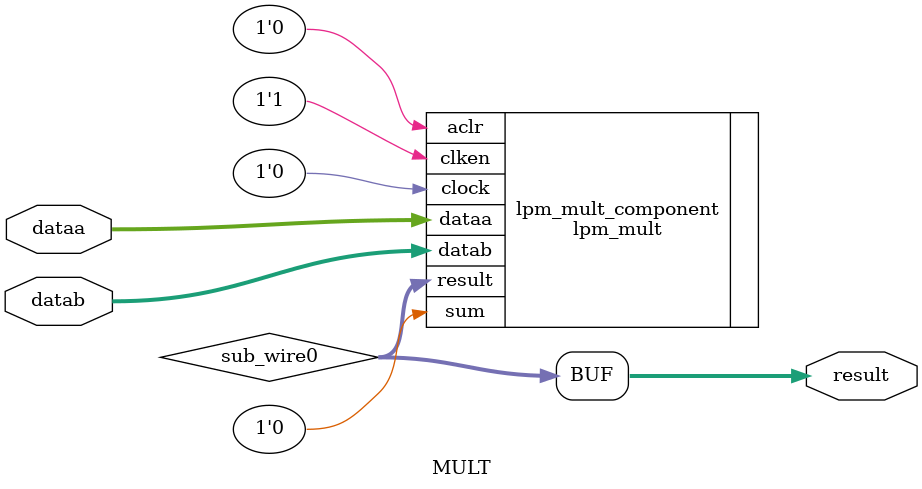
<source format=v>
module MULT (
	dataa,
	datab,
	result);
	input	[16:0]  dataa;
	input	[16:0]  datab;
	output	[33:0]  result;
	wire [33:0] sub_wire0;
	wire [33:0] result = sub_wire0[33:0];
	lpm_mult	lpm_mult_component (
				.dataa (dataa),
				.datab (datab),
				.result (sub_wire0),
				.aclr (1'b0),
				.clken (1'b1),
				.clock (1'b0),
				.sum (1'b0));
	defparam
		lpm_mult_component.lpm_hint = "MAXIMIZE_SPEED=5",
		lpm_mult_component.lpm_representation = "SIGNED",
		lpm_mult_component.lpm_type = "LPM_MULT",
		lpm_mult_component.lpm_widtha = 17,
		lpm_mult_component.lpm_widthb = 17,
		lpm_mult_component.lpm_widthp = 34;
endmodule
</source>
